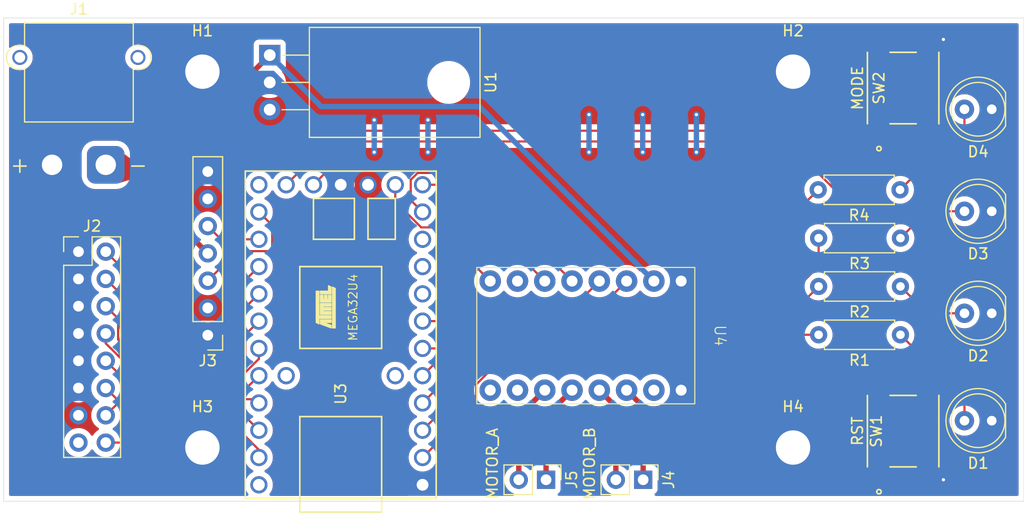
<source format=kicad_pcb>
(kicad_pcb (version 20241229) (generator "pcbnew") (generator_version "9.0")
  (layers (0 "F.Cu" signal) (2 "B.Cu" signal) (13 "F.Paste" user) (15 "B.Paste" user) (5 "F.SilkS" user "F.Silkscreen") (7 "B.SilkS" user "B.Silkscreen") (1 "F.Mask" user) (3 "B.Mask" user) (25 "Edge.Cuts" user))
  (net 0 "")
  (net 1 "Net-(D1-A)")
  (net 2 "GND")
  (net 3 "Net-(D2-A)")
  (net 4 "Net-(D3-A)")
  (net 5 "Net-(D4-A)")
  (net 6 "VBATT")
  (net 7 "/S5")
  (net 8 "/S4")
  (net 9 "/S2")
  (net 10 "/S6")
  (net 11 "/S3")
  (net 12 "/SENSOR_LED")
  (net 13 "/S1")
  (net 14 "/S8")
  (net 15 "5V")
  (net 16 "/S7")
  (net 17 "/SZ_SIG")
  (net 18 "/TRK_SIG")
  (net 19 "Net-(J4-Pin_2)")
  (net 20 "Net-(J4-Pin_1)")
  (net 21 "Net-(J5-Pin_1)")
  (net 22 "Net-(J5-Pin_2)")
  (net 23 "/Q0")
  (net 24 "/Q1")
  (net 25 "/Q2")
  (net 26 "/Q3")
  (net 27 "Net-(SW1-A)")
  (net 28 "Net-(U3-22_A11)")
  (net 31 "/MOT_A2_PWM")
  (net 33 "/MOT_FLT")
  (net 34 "/MOT_B2_PWM")
  (net 36 "/MOT_A1_PWM")
  (net 37 "/MOT_B1_PWM")
  (footprint "footprints:Teensy2.0" (layer "F.Cu") (at 121.88 79 90)
    (property "Reference" "U3" (at -5.5 0 90) (layer "F.SilkS"))
    (property "Value" "Teensy2.0_(Arduino)")
    (fp_line (start 15.24 -8.89) (end 15.24 8.89) (stroke (width 0.15)) (layer "F.SilkS"))
    (fp_line (start -15.24 -8.89) (end 15.24 -8.89) (stroke (width 0.15)) (layer "F.SilkS"))
    (fp_line (start 6.35 -3.81) (end -1.27 -3.81) (stroke (width 0.15)) (layer "F.SilkS"))
    (fp_line (start -1.27 -3.81) (end -1.27 3.81) (stroke (width 0.15)) (layer "F.SilkS"))
    (fp_line (start -7.62 -3.81) (end -7.62 3.81) (stroke (width 0.15)) (layer "F.SilkS"))
    (fp_line (start -16.51 -3.81) (end -7.62 -3.81) (stroke (width 0.15)) (layer "F.SilkS"))
    (fp_line (start 12.7 -2.54) (end 8.89 -2.54) (stroke (width 0.15)) (layer "F.SilkS"))
    (fp_line (start 8.89 -2.54) (end 8.89 0) (stroke (width 0.15)) (layer "F.SilkS"))
    (fp_line (start 8.89 0) (end 8.89 1.27) (stroke (width 0.15)) (layer "F.SilkS"))
    (fp_line (start 12.7 1.27) (end 12.7 -2.54) (stroke (width 0.15)) (layer "F.SilkS"))
    (fp_line (start 8.89 1.27) (end 12.7 1.27) (stroke (width 0.15)) (layer "F.SilkS"))
    (fp_line (start 12.7 2.54) (end 8.89 2.54) (stroke (width 0.15)) (layer "F.SilkS"))
    (fp_line (start 8.89 2.54) (end 8.89 5.08) (stroke (width 0.15)) (layer "F.SilkS"))
    (fp_line (start 6.35 3.81) (end 6.35 -3.81) (stroke (width 0.15)) (layer "F.SilkS"))
    (fp_line (start -1.27 3.81) (end 6.35 3.81) (stroke (width 0.15)) (layer "F.SilkS"))
    (fp_line (start -7.62 3.81) (end -16.51 3.81) (stroke (width 0.15)) (layer "F.SilkS"))
    (fp_line (start -16.51 3.81) (end -16.51 -3.81) (stroke (width 0.15)) (layer "F.SilkS"))
    (fp_line (start 12.7 5.08) (end 12.7 2.54) (stroke (width 0.15)) (layer "F.SilkS"))
    (fp_line (start 8.89 5.08) (end 12.7 5.08) (stroke (width 0.15)) (layer "F.SilkS"))
    (fp_line (start 15.24 8.89) (end -15.24 8.89) (stroke (width 0.15)) (layer "F.SilkS"))
    (fp_line (start -15.24 8.89) (end -15.24 -8.89) (stroke (width 0.15)) (layer "F.SilkS"))
    (fp_poly (pts (xy 0.635 -0.762) (xy 4.445 -0.762) (xy 4.318 -0.508) (xy 0.635 -0.508)) (stroke (width 0.1)) (fill yes) (layer "F.SilkS"))
    (fp_poly (pts (xy 3.81 -1.905) (xy 3.81 -0.889) (xy 4.445 -0.889) (xy 4.572 -1.143) (xy 4.064 -1.143) (xy 4.064 -1.905)) (stroke (width 0.1)) (fill yes) (layer "F.SilkS"))
    (fp_poly (pts (xy 1.397 -0.889) (xy 1.397 -1.905) (xy 1.016 -1.905) (xy 0.635 -0.889) (xy 0.889 -0.889) (xy 1.143 -1.651) (xy 1.143 -0.889)) (stroke (width 0.1)) (fill yes) (layer "F.SilkS"))
    (fp_poly (pts (xy 4.064 -2.032) (xy 1.778 -2.032) (xy 1.778 -0.889) (xy 1.524 -0.889) (xy 1.524 -2.032) (xy 1.016 -2.032) (xy 1.143 -2.286) (xy 4.064 -2.286)) (stroke (width 0.1)) (fill yes) (layer "F.SilkS"))
    (fp_poly (pts (xy 3.048 -1.905) (xy 3.683 -1.905) (xy 3.683 -1.651) (xy 3.302 -1.651) (xy 3.302 -1.524) (xy 3.683 -1.524) (xy 3.683 -1.27) (xy 3.302 -1.27) (xy 3.302 -1.143) (xy 3.683 -1.143) (xy 3.683 -0.889) (xy 3.048 -0.889)) (stroke (width 0.1)) (fill yes) (layer "F.SilkS"))
    (fp_poly (pts (xy 2.921 -0.889) (xy 2.921 -1.905) (xy 1.905 -1.905) (xy 1.905 -0.889) (xy 2.159 -0.889) (xy 2.159 -1.651) (xy 2.286 -1.651) (xy 2.286 -0.889) (xy 2.54 -0.889) (xy 2.54 -1.651) (xy 2.667 -1.651) (xy 2.667 -0.889)) (stroke (width 0.1)) (fill yes) (layer "F.SilkS"))
    (fp_text user "MEGA32U4" (at 2.54 1.143 90) (layer "F.SilkS") (effects (font (size 0.8 0.8) (thickness 0.1))))
    (pad "1" thru_hole rect (at -13.97 7.62 90) (size 1.6 1.6) (drill 1.1) (layers "*.Cu" "*.Mask") (net 2 "GND"))
    (pad "2" thru_hole circle (at -11.43 7.62 90) (size 1.6 1.6) (drill 1.1) (layers "*.Cu" "*.Mask") (net 23 "/Q0"))
    (pad "3" thru_hole circle (at -8.89 7.62 90) (size 1.6 1.6) (drill 1.1) (layers "*.Cu" "*.Mask") (net 24 "/Q1"))
    (pad "4" thru_hole circle (at -6.35 7.62 90) (size 1.6 1.6) (drill 1.1) (layers "*.Cu" "*.Mask") (net 25 "/Q2"))
    (pad "5" thru_hole circle (at -3.81 7.62 90) (size 1.6 1.6) (drill 1.1) (layers "*.Cu" "*.Mask") (net 26 "/Q3"))
    (pad "6" thru_hole circle (at -1.27 7.62 90) (size 1.6 1.6) (drill 1.1) (layers "*.Cu" "*.Mask") (net 37 "/MOT_B1_PWM"))
    (pad "7" thru_hole circle (at 1.27 7.62 90) (size 1.6 1.6) (drill 1.1) (layers "*.Cu" "*.Mask") (net 34 "/MOT_B2_PWM"))
    (pad "8" thru_hole circle (at 3.81 7.62 90) (size 1.6 1.6) (drill 1.1) (layers "*.Cu" "*.Mask"))
    (pad "9" thru_hole circle (at 6.35 7.62 90) (size 1.6 1.6) (drill 1.1) (layers "*.Cu" "*.Mask"))
    (pad "10" thru_hole circle (at 8.89 7.62 90) (size 1.6 1.6) (drill 1.1) (layers "*.Cu" "*.Mask"))
    (pad "11" thru_hole circle (at 11.43 7.62 90) (size 1.6 1.6) (drill 1.1) (layers "*.Cu" "*.Mask") (net 31 "/MOT_A2_PWM"))
    (pad "12" thru_hole circle (at 13.97 7.62 90) (size 1.6 1.6) (drill 1.1) (layers "*.Cu" "*.Mask") (net 36 "/MOT_A1_PWM"))
    (pad "13" thru_hole circle (at 13.97 5.08 90) (size 1.6 1.6) (drill 1.1) (layers "*.Cu" "*.Mask") (net 33 "/MOT_FLT"))
    (pad "14" thru_hole circle (at 13.97 2.54 90) (size 1.6 1.6) (drill 1.1) (layers "*.Cu" "*.Mask") (net 15 "5V"))
    (pad "15" thru_hole circle (at 13.97 0 90) (size 1.6 1.6) (drill 1.1) (layers "*.Cu" "*.Mask") (net 2 "GND"))
    (pad "16" thru_hole circle (at 13.97 -2.54 90) (size 1.6 1.6) (drill 1.1) (layers "*.Cu" "*.Mask") (net 27 "Net-(SW1-A)"))
    (pad "17" thru_hole circle (at 13.97 -5.08 90) (size 1.6 1.6) (drill 1.1) (layers "*.Cu" "*.Mask") (net 28 "Net-(U3-22_A11)"))
    (pad "18" thru_hole circle (at 13.97 -7.62 90) (size 1.6 1.6) (drill 1.1) (layers "*.Cu" "*.Mask"))
    (pad "19" thru_hole circle (at 11.43 -7.62 90) (size 1.6 1.6) (drill 1.1) (layers "*.Cu" "*.Mask") (net 18 "/TRK_SIG"))
    (pad "20" thru_hole circle (at 8.89 -7.62 90) (size 1.6 1.6) (drill 1.1) (layers "*.Cu" "*.Mask") (net 17 "/SZ_SIG"))
    (pad "21" thru_hole circle (at 6.35 -7.62 90) (size 1.6 1.6) (drill 1.1) (layers "*.Cu" "*.Mask") (net 13 "/S1"))
    (pad "22" thru_hole circle (at 3.81 -7.62 90) (size 1.6 1.6) (drill 1.1) (layers "*.Cu" "*.Mask") (net 9 "/S2"))
    (pad "23" thru_hole circle (at 1.27 -7.62 90) (size 1.6 1.6) (drill 1.1) (layers "*.Cu" "*.Mask") (net 11 "/S3"))
    (pad "24" thru_hole circle (at -1.27 -7.62 90) (size 1.6 1.6) (drill 1.1) (layers "*.Cu" "*.Mask") (net 8 "/S4"))
    (pad "25" thru_hole circle (at -3.81 -7.62 90) (size 1.6 1.6) (drill 1.1) (layers "*.Cu" "*.Mask") (net 7 "/S5"))
    (pad "26" thru_hole circle (at -6.35 -7.62 90) (size 1.6 1.6) (drill 1.1) (layers "*.Cu" "*.Mask") (net 10 "/S6"))
    (pad "27" thru_hole circle (at -8.89 -7.62 90) (size 1.6 1.6) (drill 1.1) (layers "*.Cu" "*.Mask") (net 16 "/S7"))
    (pad "28" thru_hole circle (at -11.43 -7.62 90) (size 1.6 1.6) (drill 1.1) (layers "*.Cu" "*.Mask") (net 14 "/S8"))
    (pad "29" thru_hole circle (at -13.97 -7.62 90) (size 1.6 1.6) (drill 1.1) (layers "*.Cu" "*.Mask"))
    (pad "30" thru_hole circle (at -3.81 5.08 90) (size 1.6 1.6) (drill 1.1) (layers "*.Cu" "*.Mask"))
    (pad "31" thru_hole circle (at -3.81 -5.08 90) (size 1.6 1.6) (drill 1.1) (layers "*.Cu" "*.Mask"))
  )
  (footprint "footprints:SO4_222A-M-V-B_CTS" (layer "F.Cu") (at 174.249999 56.025002 90)
    (property "Reference" "SW2" (at 0 -2.249999 90) (layer "F.SilkS"))
    (property "Value" "MODE" (at 0 -4.249999 90) (layer "F.SilkS"))
    (fp_line (start 3.3274 -3.3274) (end -3.3274 -3.3274) (stroke (width 0.1524)) (layer "F.SilkS"))
    (fp_line (start -3.3274 -1.217237) (end -3.3274 1.217237) (stroke (width 0.1524)) (layer "F.SilkS"))
    (fp_line (start 3.3274 1.217237) (end 3.3274 -1.217237) (stroke (width 0.1524)) (layer "F.SilkS"))
    (fp_line (start -3.3274 3.3274) (end 3.3274 3.3274) (stroke (width 0.1524)) (layer "F.SilkS"))
    (fp_circle (center -5.638999 -2.250001) (end -5.435799 -2.250001) (stroke (width 0.1524)) (fill no) (layer "F.SilkS"))
    (pad "1" smd rect (at -3.974998 -2.250001 90) (size 1.549908 1.400048) (layers "F.Cu" "F.Mask" "F.Paste") (net 28 "Net-(U3-22_A11)"))
    (pad "2" smd rect (at -3.974998 2.250001 90) (size 1.549908 1.400048) (layers "F.Cu" "F.Mask" "F.Paste") (net 28 "Net-(U3-22_A11)"))
    (pad "3" smd rect (at 3.974998 -2.250001 90) (size 1.549908 1.400048) (layers "F.Cu" "F.Mask" "F.Paste") (net 2 "GND"))
    (pad "4" smd rect (at 3.974998 2.250001 90) (size 1.549908 1.400048) (layers "F.Cu" "F.Mask" "F.Paste") (net 2 "GND"))
  )
  (footprint "footprints:SO4_222A-M-V-B_CTS" (layer "F.Cu") (at 174.249999 87.974998 90)
    (property "Reference" "SW1" (at 0 -2.5 90) (layer "F.SilkS"))
    (property "Value" "RST" (at 0 -4.249999 90) (layer "F.SilkS"))
    (fp_line (start 3.3274 -3.3274) (end -3.3274 -3.3274) (stroke (width 0.1524)) (layer "F.SilkS"))
    (fp_line (start -3.3274 -1.217237) (end -3.3274 1.217237) (stroke (width 0.1524)) (layer "F.SilkS"))
    (fp_line (start 3.3274 1.217237) (end 3.3274 -1.217237) (stroke (width 0.1524)) (layer "F.SilkS"))
    (fp_line (start -3.3274 3.3274) (end 3.3274 3.3274) (stroke (width 0.1524)) (layer "F.SilkS"))
    (fp_circle (center -5.638999 -2.250001) (end -5.435799 -2.250001) (stroke (width 0.1524)) (fill no) (layer "F.SilkS"))
    (pad "1" smd rect (at -3.974998 -2.250001 90) (size 1.549908 1.400048) (layers "F.Cu" "F.Mask" "F.Paste") (net 2 "GND"))
    (pad "2" smd rect (at -3.974998 2.250001 90) (size 1.549908 1.400048) (layers "F.Cu" "F.Mask" "F.Paste") (net 2 "GND"))
    (pad "3" smd rect (at 3.974998 -2.250001 90) (size 1.549908 1.400048) (layers "F.Cu" "F.Mask" "F.Paste") (net 27 "Net-(SW1-A)"))
    (pad "4" smd rect (at 3.974998 2.250001 90) (size 1.549908 1.400048) (layers "F.Cu" "F.Mask" "F.Paste") (net 27 "Net-(SW1-A)"))
  )
  (footprint "LED_THT:LED_D5.0mm" (layer "F.Cu") (at 182.5 77 180)
    (property "Reference" "D2" (at 1.27 -3.96 0) (layer "F.SilkS"))
    (property "Value" "GREEN")
    (fp_line (start -1.29 -1.545) (end -1.29 1.545) (stroke (width 0.12)) (layer "F.SilkS"))
    (fp_arc (start 4.26 0.000048) (mid 2.071756 2.880501) (end -1.29 1.54483) (stroke (width 0.12)) (layer "F.SilkS"))
    (fp_arc (start -1.29 -1.54483) (mid 2.071756 -2.880501) (end 4.26 -0.000048) (stroke (width 0.12)) (layer "F.SilkS"))
    (fp_circle (center 1.27 0) (end 3.77 0) (stroke (width 0.12)) (fill no) (layer "F.SilkS"))
    (pad "1" thru_hole rect (at 0 0 180) (size 1.8 1.8) (drill 0.9) (layers "*.Cu" "*.Mask") (net 2 "GND"))
    (pad "2" thru_hole circle (at 2.54 0 180) (size 1.8 1.8) (drill 0.9) (layers "*.Cu" "*.Mask") (net 3 "Net-(D2-A)"))
  )
  (footprint "footprints:DRV8833" (layer "F.Cu") (at 144.7 79.08 -90)
    (property "Reference" "U4" (at 0 -12.5 270) (layer "F.SilkS") (effects (font (thickness 0.1))))
    (property "Value" "~" (hide yes))
    (fp_rect (start -6.35 -10.15) (end 6.35 10.15) (stroke (width 0.1)) (fill no) (layer "F.SilkS"))
    (pad "1" thru_hole circle (at -5.08 -8.88 270) (size 2 2) (drill 1.02) (layers "*.Cu" "*.Mask") (net 2 "GND"))
    (pad "2" thru_hole circle (at -5.08 -6.34 270) (size 2 2) (drill 1.02) (layers "*.Cu" "*.Mask") (net 6 "VBATT"))
    (pad "3" thru_hole circle (at -5.08 -3.8 270) (size 2 2) (drill 1.02) (layers "*.Cu" "*.Mask") (net 37 "/MOT_B1_PWM"))
    (pad "4" thru_hole circle (at -5.08 -1.26 270) (size 2 2) (drill 1.02) (layers "*.Cu" "*.Mask") (net 34 "/MOT_B2_PWM"))
    (pad "5" thru_hole circle (at -5.08 1.28 270) (size 2 2) (drill 1.02) (layers "*.Cu" "*.Mask") (net 31 "/MOT_A2_PWM"))
    (pad "6" thru_hole circle (at -5.08 3.82 270) (size 2 2) (drill 1.02) (layers "*.Cu" "*.Mask") (net 36 "/MOT_A1_PWM"))
    (pad "7" thru_hole circle (at -5.08 6.36 270) (size 2 2) (drill 1.02) (layers "*.Cu" "*.Mask"))
    (pad "8" thru_hole circle (at -5.08 8.9 270) (size 2 2) (drill 1.02) (layers "*.Cu" "*.Mask") (net 33 "/MOT_FLT"))
    (pad "9" thru_hole circle (at 5.08 -8.88 270) (size 2 2) (drill 1.02) (layers "*.Cu" "*.Mask") (net 2 "GND"))
    (pad "10" thru_hole circle (at 5.08 -6.34 270) (size 2 2) (drill 1.02) (layers "*.Cu" "*.Mask"))
    (pad "11" thru_hole circle (at 5.08 -3.8 270) (size 2 2) (drill 1.02) (layers "*.Cu" "*.Mask") (net 20 "Net-(J4-Pin_1)"))
    (pad "12" thru_hole circle (at 5.08 -1.26 270) (size 2 2) (drill 1.02) (layers "*.Cu" "*.Mask") (net 19 "Net-(J4-Pin_2)"))
    (pad "13" thru_hole circle (at 5.08 1.28 270) (size 2 2) (drill 1.02) (layers "*.Cu" "*.Mask") (net 21 "Net-(J5-Pin_1)"))
    (pad "14" thru_hole circle (at 5.08 3.82 270) (size 2 2) (drill 1.02) (layers "*.Cu" "*.Mask") (net 22 "Net-(J5-Pin_2)"))
    (pad "15" thru_hole circle (at 5.08 6.36 270) (size 2 2) (drill 1.02) (layers "*.Cu" "*.Mask"))
    (pad "16" thru_hole circle (at 5.08 8.9 270) (size 2 2) (drill 1.02) (layers "*.Cu" "*.Mask"))
  )
  (footprint "MountingHole:MountingHole_3.2mm_M3_DIN965_Pad_TopBottom" (layer "F.Cu") (at 109 89.5)
    (property "Reference" "H3" (at 0 -3.8 0) (layer "F.SilkS"))
    (property "Value" "MountingHole")
    (pad "1" thru_hole circle (at 0 0) (size 3.6 3.6) (drill 3.2) (layers "*.Cu" "*.Mask") (net 2 "GND"))
    (pad "1" connect circle (at 0 0) (size 5.6 5.6) (layers "F.Cu" "F.Mask") (net 2 "GND"))
    (pad "1" connect circle (at 0 0) (size 5.6 5.6) (layers "B.Cu" "B.Mask") (net 2 "GND"))
  )
  (footprint "Connector_PinHeader_2.54mm:PinHeader_1x02_P2.54mm_Vertical" (layer "F.Cu") (at 150.04 92.5 -90)
    (property "Reference" "J4" (at 0 -2.38 90) (layer "F.SilkS"))
    (property "Value" "MOTOR_B" (at -1.5 5 90) (layer "F.SilkS"))
    (fp_line (start -1.38 3.92) (end 1.38 3.92) (stroke (width 0.12)) (layer "F.SilkS"))
    (fp_line (start -1.38 1.27) (end -1.38 3.92) (stroke (width 0.12)) (layer "F.SilkS"))
    (fp_line (start -1.38 1.27) (end 1.38 1.27) (stroke (width 0.12)) (layer "F.SilkS"))
    (fp_line (start 1.38 1.27) (end 1.38 3.92) (stroke (width 0.12)) (layer "F.SilkS"))
    (fp_line (start -1.38 0) (end -1.38 -1.38) (stroke (width 0.12)) (layer "F.SilkS"))
    (fp_line (start -1.38 -1.38) (end 0 -1.38) (stroke (width 0.12)) (layer "F.SilkS"))
    (pad "1" thru_hole rect (at 0 0 270) (size 1.7 1.7) (drill 1) (layers "*.Cu" "*.Mask") (net 20 "Net-(J4-Pin_1)"))
    (pad "2" thru_hole circle (at 0 2.54 270) (size 1.7 1.7) (drill 1) (layers "*.Cu" "*.Mask") (net 19 "Net-(J4-Pin_2)"))
  )
  (footprint "Resistor_THT:R_Axial_DIN0207_L6.3mm_D2.5mm_P7.62mm_Horizontal" (layer "F.Cu") (at 173.96 65.5 180)
    (property "Reference" "R4" (at 3.81 -2.37 0) (layer "F.SilkS"))
    (property "Value" "100")
    (fp_line (start 7.08 1.37) (end 7.08 1.04) (stroke (width 0.12)) (layer "F.SilkS"))
    (fp_line (start 7.08 -1.37) (end 7.08 -1.04) (stroke (width 0.12)) (layer "F.SilkS"))
    (fp_line (start 0.54 1.37) (end 7.08 1.37) (stroke (width 0.12)) (layer "F.SilkS"))
    (fp_line (start 0.54 1.04) (end 0.54 1.37) (stroke (width 0.12)) (layer "F.SilkS"))
    (fp_line (start 0.54 -1.04) (end 0.54 -1.37) (stroke (width 0.12)) (layer "F.SilkS"))
    (fp_line (start 0.54 -1.37) (end 7.08 -1.37) (stroke (width 0.12)) (layer "F.SilkS"))
    (pad "1" thru_hole circle (at 0 0 180) (size 1.6 1.6) (drill 0.8) (layers "*.Cu" "*.Mask") (net 5 "Net-(D4-A)"))
    (pad "2" thru_hole oval (at 7.62 0 180) (size 1.6 1.6) (drill 0.8) (layers "*.Cu" "*.Mask") (net 26 "/Q3"))
  )
  (footprint "MountingHole:MountingHole_3.2mm_M3_DIN965_Pad_TopBottom" (layer "F.Cu") (at 164 54.5)
    (property "Reference" "H2" (at 0 -3.8 0) (layer "F.SilkS"))
    (property "Value" "MountingHole")
    (pad "1" thru_hole circle (at 0 0) (size 3.6 3.6) (drill 3.2) (layers "*.Cu" "*.Mask") (net 2 "GND"))
    (pad "1" connect circle (at 0 0) (size 5.6 5.6) (layers "F.Cu" "F.Mask") (net 2 "GND"))
    (pad "1" connect circle (at 0 0) (size 5.6 5.6) (layers "B.Cu" "B.Mask") (net 2 "GND"))
  )
  (footprint "Connector_PinHeader_2.54mm:PinHeader_1x07_P2.54mm_Vertical" (layer "F.Cu") (at 109.5 79.04 180)
    (property "Reference" "J3" (at 0 -2.38 0) (layer "F.SilkS"))
    (property "Value" "linefollower->payload")
    (fp_line (start 1.38 1.27) (end 1.38 16.62) (stroke (width 0.12)) (layer "F.SilkS"))
    (fp_line (start -1.38 16.62) (end 1.38 16.62) (stroke (width 0.12)) (layer "F.SilkS"))
    (fp_line (start -1.38 1.27) (end 1.38 1.27) (stroke (width 0.12)) (layer "F.SilkS"))
    (fp_line (start -1.38 1.27) (end -1.38 16.62) (stroke (width 0.12)) (layer "F.SilkS"))
    (fp_line (start -1.38 0) (end -1.38 -1.38) (stroke (width 0.12)) (layer "F.SilkS"))
    (fp_line (start -1.38 -1.38) (end 0 -1.38) (stroke (width 0.12)) (layer "F.SilkS"))
    (pad "1" thru_hole rect (at 0 0 180) (size 1.7 1.7) (drill 1) (layers "*.Cu" "*.Mask") (net 2 "GND"))
    (pad "2" thru_hole circle (at 0 2.54 180) (size 1.7 1.7) (drill 1) (layers "*.Cu" "*.Mask") (net 15 "5V"))
    (pad "3" thru_hole circle (at 0 5.08 180) (size 1.7 1.7) (drill 1) (layers "*.Cu" "*.Mask") (net 18 "/TRK_SIG"))
    (pad "4" thru_hole circle (at 0 7.62 180) (size 1.7 1.7) (drill 1) (layers "*.Cu" "*.Mask") (net 6 "VBATT"))
    (pad "5" thru_hole circle (at 0 10.16 180) (size 1.7 1.7) (drill 1) (layers "*.Cu" "*.Mask") (net 17 "/SZ_SIG"))
    (pad "6" thru_hole circle (at 0 12.7 180) (size 1.7 1.7) (drill 1) (layers "*.Cu" "*.Mask") (net 15 "5V"))
    (pad "7" thru_hole circle (at 0 15.24 180) (size 1.7 1.7) (drill 1) (layers "*.Cu" "*.Mask") (net 2 "GND"))
  )
  (footprint "LED_THT:LED_D5.0mm" (layer "F.Cu") (at 182.5 87 180)
    (property "Reference" "D1" (at 1.27 -3.96 0) (layer "F.SilkS"))
    (property "Value" "RED")
    (fp_line (start -1.29 -1.545) (end -1.29 1.545) (stroke (width 0.12)) (layer "F.SilkS"))
    (fp_arc (start 4.26 0.000048) (mid 2.071756 2.880501) (end -1.29 1.54483) (stroke (width 0.12)) (layer "F.SilkS"))
    (fp_arc (start -1.29 -1.54483) (mid 2.071756 -2.880501) (end 4.26 -0.000048) (stroke (width 0.12)) (layer "F.SilkS"))
    (fp_circle (center 1.27 0) (end 3.77 0) (stroke (width 0.12)) (fill no) (layer "F.SilkS"))
    (pad "1" thru_hole rect (at 0 0 180) (size 1.8 1.8) (drill 0.9) (layers "*.Cu" "*.Mask") (net 2 "GND"))
    (pad "2" thru_hole circle (at 2.54 0 180) (size 1.8 1.8) (drill 0.9) (layers "*.Cu" "*.Mask") (net 1 "Net-(D1-A)"))
  )
  (footprint "MountingHole:MountingHole_3.2mm_M3_DIN965_Pad_TopBottom" (layer "F.Cu") (at 164 89.5)
    (property "Reference" "H4" (at 0 -3.8 0) (layer "F.SilkS"))
    (property "Value" "MountingHole")
    (pad "1" thru_hole circle (at 0 0) (size 3.6 3.6) (drill 3.2) (layers "*.Cu" "*.Mask") (net 2 "GND"))
    (pad "1" connect circle (at 0 0) (size 5.6 5.6) (layers "F.Cu" "F.Mask") (net 2 "GND"))
    (pad "1" connect circle (at 0 0) (size 5.6 5.6) (layers "B.Cu" "B.Mask") (net 2 "GND"))
  )
  (footprint "LED_THT:LED_D5.0mm" (layer "F.Cu") (at 182.5 58 180)
    (property "Reference" "D4" (at 1.27 -3.96 0) (layer "F.SilkS"))
    (property "Value" "STATUS")
    (fp_line (start -1.29 -1.545) (end -1.29 1.545) (stroke (width 0.12)) (layer "F.SilkS"))
    (fp_arc (start 4.26 0.000048) (mid 2.071756 2.880501) (end -1.29 1.54483) (stroke (width 0.12)) (layer "F.SilkS"))
    (fp_arc (start -1.29 -1.54483) (mid 2.071756 -2.880501) (end 4.26 -0.000048) (stroke (width 0.12)) (layer "F.SilkS"))
    (fp_circle (center 1.27 0) (end 3.77 0) (stroke (width 0.12)) (fill no) (layer "F.SilkS"))
    (pad "1" thru_hole rect (at 0 0 180) (size 1.8 1.8) (drill 0.9) (layers "*.Cu" "*.Mask") (net 2 "GND"))
    (pad "2" thru_hole circle (at 2.54 0 180) (size 1.8 1.8) (drill 0.9) (layers "*.Cu" "*.Mask") (net 5 "Net-(D4-A)"))
  )
  (footprint "Connector_PinHeader_2.54mm:PinHeader_2x08_P2.54mm_Vertical" (layer "F.Cu") (at 97.46 71.26)
    (property "Reference" "J2" (at 1.27 -2.38 0) (layer "F.SilkS"))
    (property "Value" "Conn_02x08_Odd_Even")
    (fp_line (start -1.38 -1.38) (end 0 -1.38) (stroke (width 0.12)) (layer "F.SilkS"))
    (fp_line (start -1.38 0) (end -1.38 -1.38) (stroke (width 0.12)) (layer "F.SilkS"))
    (fp_line (start -1.38 1.27) (end -1.38 19.16) (stroke (width 0.12)) (layer "F.SilkS"))
    (fp_line (start -1.38 1.27) (end 1.27 1.27) (stroke (width 0.12)) (layer "F.SilkS"))
    (fp_line (start -1.38 19.16) (end 3.92 19.16) (stroke (width 0.12)) (layer "F.SilkS"))
    (fp_line (start 1.27 -1.38) (end 3.92 -1.38) (stroke (width 0.12)) (layer "F.SilkS"))
    (fp_line (start 1.27 1.27) (end 1.27 -1.38) (stroke (width 0.12)) (layer "F.SilkS"))
    (fp_line (start 3.92 -1.38) (end 3.92 19.16) (stroke (width 0.12)) (layer "F.SilkS"))
    (pad "1" thru_hole rect (at 0 0) (size 1.7 1.7) (drill 1) (layers "*.Cu" "*.Mask") (net 2 "GND"))
    (pad "2" thru_hole circle (at 2.54 0) (size 1.7 1.7) (drill 1) (layers "*.Cu" "*.Mask") (net 13 "/S1"))
    (pad "3" thru_hole circle (at 0 2.54) (size 1.7 1.7) (drill 1) (layers "*.Cu" "*.Mask") (net 2 "GND"))
    (pad "4" thru_hole circle (at 2.54 2.54) (size 1.7 1.7) (drill 1) (layers "*.Cu" "*.Mask") (net 9 "/S2"))
    (pad "5" thru_hole circle (at 0 5.08) (size 1.7 1.7) (drill 1) (layers "*.Cu" "*.Mask") (net 2 "GND"))
    (pad "6" thru_hole circle (at 2.54 5.08) (size 1.7 1.7) (drill 1) (layers "*.Cu" "*.Mask") (net 11 "/S3"))
    (pad "7" thru_hole circle (at 0 7.62) (size 1.7 1.7) (drill 1) (layers "*.Cu" "*.Mask") (net 2 "GND"))
    (pad "8" thru_hole circle (at 2.54 7.62) (size 1.7 1.7) (drill 1) (layers "*.Cu" "*.Mask") (net 8 "/S4"))
    (pad "9" thru_hole circle (at 0 10.16) (size 1.7 1.7) (drill 1) (layers "*.Cu" "*.Mask") (net 2 "GND"))
    (pad "10" thru_hole circle (at 2.54 10.16) (size 1.7 1.7) (drill 1) (layers "*.Cu" "*.Mask") (net 7 "/S5"))
    (pad "11" thru_hole circle (at 0 12.7) (size 1.7 1.7) (drill 1) (layers "*.Cu" "*.Mask") (net 2 "GND"))
    (pad "12" thru_hole circle (at 2.54 12.7) (size 1.7 1.7) (drill 1) (layers "*.Cu" "*.Mask") (net 10 "/S6"))
    (pad "13" thru_hole circle (at 0 15.24) (size 1.7 1.7) (drill 1) (layers "*.Cu" "*.Mask") (net 15 "5V"))
    (pad "14" thru_hole circle (at 2.54 15.24) (size 1.7 1.7) (drill 1) (layers "*.Cu" "*.Mask") (net 16 "/S7"))
    (pad "15" thru_hole circle (at 0 17.78) (size 1.7 1.7) (drill 1) (layers "*.Cu" "*.Mask") (net 12 "/SENSOR_LED"))
    (pad "16" thru_hole circle (at 2.54 17.78) (size 1.7 1.7) (drill 1) (layers "*.Cu" "*.Mask") (net 14 "/S8"))
  )
  (footprint "Resistor_THT:R_Axial_DIN0207_L6.3mm_D2.5mm_P7.62mm_Horizontal" (layer "F.Cu") (at 174 74.5 180)
    (property "Reference" "R2" (at 3.81 -2.37 0) (layer "F.SilkS"))
    (property "Value" "100")
    (fp_line (start 7.08 1.37) (end 7.08 1.04) (stroke (width 0.12)) (layer "F.SilkS"))
    (fp_line (start 7.08 -1.37) (end 7.08 -1.04) (stroke (width 0.12)) (layer "F.SilkS"))
    (fp_line (start 0.54 1.37) (end 7.08 1.37) (stroke (width 0.12)) (layer "F.SilkS"))
    (fp_line (start 0.54 1.04) (end 0.54 1.37) (stroke (width 0.12)) (layer "F.SilkS"))
    (fp_line (start 0.54 -1.04) (end 0.54 -1.37) (stroke (width 0.12)) (layer "F.SilkS"))
    (fp_line (start 0.54 -1.37) (end 7.08 -1.37) (stroke (width 0.12)) (layer "F.SilkS"))
    (pad "1" thru_hole circle (at 0 0 180) (size 1.6 1.6) (drill 0.8) (layers "*.Cu" "*.Mask") (net 3 "Net-(D2-A)"))
    (pad "2" thru_hole oval (at 7.62 0 180) (size 1.6 1.6) (drill 0.8) (layers "*.Cu" "*.Mask") (net 24 "/Q1"))
  )
  (footprint "Connector_AMASS:AMASS_XT30PW-M_1x02_P2.50mm_Horizontal" (layer "F.Cu") (at 100 63.175)
    (property "Reference" "J1" (at -2.5 -14.5 0) (layer "F.SilkS"))
    (property "Value" "Xt30")
    (fp_line (start -8.15 -11.11) (end -7.56 -11.11) (stroke (width 0.12)) (layer "F.SilkS"))
    (fp_line (start -8.15 -8.89) (end -7.56 -8.89) (stroke (width 0.12)) (layer "F.SilkS"))
    (fp_line (start -7.56 -13.21) (end -7.56 -11.11) (stroke (width 0.12)) (layer "F.SilkS"))
    (fp_line (start -7.56 -13.21) (end 2.56 -13.21) (stroke (width 0.12)) (layer "F.SilkS"))
    (fp_line (start -7.56 -8.89) (end -7.56 -3.99) (stroke (width 0.12)) (layer "F.SilkS"))
    (fp_line (start -7.56 -3.99) (end 2.56 -3.99) (stroke (width 0.12)) (layer "F.SilkS"))
    (fp_line (start 2.56 -13.21) (end 2.56 -11.11) (stroke (width 0.12)) (layer "F.SilkS"))
    (fp_line (start 2.56 -11.11) (end 3.15 -11.11) (stroke (width 0.12)) (layer "F.SilkS"))
    (fp_line (start 2.56 -8.89) (end 2.56 -3.99) (stroke (width 0.12)) (layer "F.SilkS"))
    (fp_line (start 2.56 -8.89) (end 3.15 -8.89) (stroke (width 0.12)) (layer "F.SilkS"))
    (fp_arc (start -8.15 -8.89) (mid -9.26 -10) (end -8.15 -11.11) (stroke (width 0.12)) (layer "F.SilkS"))
    (fp_arc (start 3.15 -11.11) (mid 4.26 -10) (end 3.15 -8.89) (stroke (width 0.12)) (layer "F.SilkS"))
    (fp_text user "-" (at 3 0 0) (layer "F.SilkS") (effects (font (size 1.5 1.5))))
    (fp_text user "+" (at -8 0 0) (layer "F.SilkS") (effects (font (size 1.5 1.5))))
    (pad "" thru_hole circle (at -8 -10) (size 1.4 1.4) (drill 1) (layers "*.Cu" "*.Mask"))
    (pad "" thru_hole circle (at 3 -10) (size 1.4 1.4) (drill 1) (layers "*.Cu" "*.Mask"))
    (pad "1" thru_hole roundrect (at 0 0) (size 3.5 3.5) (drill 1.9) (layers "*.Cu" "*.Mask") (roundrect_rratio 0.22) (net 6 "VBATT"))
    (pad "2" thru_hole circle (at -5 0) (size 3.5 3.5) (drill 1.9) (layers "*.Cu" "*.Mask") (net 2 "GND"))
  )
  (footprint "Package_TO_SOT_THT:TO-220-3_Horizontal_TabDown" (layer "F.Cu") (at 115.27 52.96 -90)
    (property "Reference" "U1" (at 2.54 -20.58 90) (layer "F.SilkS"))
    (property "Value" "L7805")
    (fp_line (start -2.58 -3.69) (end 7.66 -3.69) (stroke (width 0.12)) (layer "F.SilkS"))
    (fp_line (start 0 -3.69) (end 0 -1.15) (stroke (width 0.12)) (layer "F.SilkS"))
    (fp_line (start 2.54 -3.69) (end 2.54 -1.15) (stroke (width 0.12)) (layer "F.SilkS"))
    (fp_line (start 5.08 -3.69) (end 5.08 -1.15) (stroke (width 0.12)) (layer "F.SilkS"))
    (fp_line (start -2.58 -19.58) (end -2.58 -3.69) (stroke (width 0.12)) (layer "F.SilkS"))
    (fp_line (start -2.58 -19.58) (end 7.66 -19.58) (stroke (width 0.12)) (layer "F.SilkS"))
    (fp_line (start 7.66 -19.58) (end 7.66 -3.69) (stroke (width 0.12)) (layer "F.SilkS"))
    (pad "" np_thru_hole circle (at 2.54 -16.66 270) (size 3.5 3.5) (drill 3.5) (layers "*.Cu" "*.Mask"))
    (pad "1" thru_hole rect (at 0 0 270) (size 1.905 2) (drill 1.1) (layers "*.Cu" "*.Mask") (net 6 "VBATT"))
    (pad "2" thru_hole oval (at 2.54 0 270) (size 1.905 2) (drill 1.1) (layers "*.Cu" "*.Mask") (net 2 "GND"))
    (pad "3" thru_hole oval (at 5.08 0 270) (size 1.905 2) (drill 1.1) (layers "*.Cu" "*.Mask") (net 15 "5V"))
  )
  (footprint "LED_THT:LED_D5.0mm" (layer "F.Cu") (at 182.5 67.5 180)
    (property "Reference" "D3" (at 1.27 -3.96 0) (layer "F.SilkS"))
    (property "Value" "BLUE")
    (fp_line (start -1.29 -1.545) (end -1.29 1.545) (stroke (width 0.12)) (layer "F.SilkS"))
    (fp_arc (start 4.26 0.000048) (mid 2.071756 2.880501) (end -1.29 1.54483) (stroke (width 0.12)) (layer "F.SilkS"))
    (fp_arc (start -1.29 -1.54483) (mid 2.071756 -2.880501) (end 4.26 -0.000048) (stroke (width 0.12)) (layer "F.SilkS"))
    (fp_circle (center 1.27 0) (end 3.77 0) (stroke (width 0.12)) (fill no) (layer "F.SilkS"))
    (pad "1" thru_hole rect (at 0 0 180) (size 1.8 1.8) (drill 0.9) (layers "*.Cu" "*.Mask") (net 2 "GND"))
    (pad "2" thru_hole circle (at 2.54 0 180) (size 1.8 1.8) (drill 0.9) (layers "*.Cu" "*.Mask") (net 4 "Net-(D3-A)"))
  )
  (footprint "MountingHole:MountingHole_3.2mm_M3_DIN965_Pad_TopBottom" (layer "F.Cu") (at 109 54.5)
    (property "Reference" "H1" (at 0 -3.8 0) (layer "F.SilkS"))
    (property "Value" "MountingHole")
    (pad "1" thru_hole circle (at 0 0) (size 3.6 3.6) (drill 3.2) (layers "*.Cu" "*.Mask") (net 2 "GND"))
    (pad "1" connect circle (at 0 0) (size 5.6 5.6) (layers "F.Cu" "F.Mask") (net 2 "GND"))
    (pad "1" connect circle (at 0 0) (size 5.6 5.6) (layers "B.Cu" "B.Mask") (net 2 "GND"))
  )
  (footprint "Resistor_THT:R_Axial_DIN0207_L6.3mm_D2.5mm_P7.62mm_Horizontal" (layer "F.Cu") (at 174 70 180)
    (property "Reference" "R3" (at 3.81 -2.37 0) (layer "F.SilkS"))
    (property "Value" "100")
    (fp_line (start 7.08 1.37) (end 7.08 1.04) (stroke (width 0.12)) (layer "F.SilkS"))
    (fp_line (start 7.08 -1.37) (end 7.08 -1.04) (stroke (width 0.12)) (layer "F.SilkS"))
    (fp_line (start 0.54 1.37) (end 7.08 1.37) (stroke (width 0.12)) (layer "F.SilkS"))
    (fp_line (start 0.54 1.04) (end 0.54 1.37) (stroke (width 0.12)) (layer "F.SilkS"))
    (fp_line (start 0.54 -1.04) (end 0.54 -1.37) (stroke (width 0.12)) (layer "F.SilkS"))
    (fp_line (start 0.54 -1.37) (end 7.08 -1.37) (stroke (width 0.12)) (layer "F.SilkS"))
    (pad "1" thru_hole circle (at 0 0 180) (size 1.6 1.6) (drill 0.8) (layers "*.Cu" "*.Mask") (net 4 "Net-(D3-A)"))
    (pad "2" thru_hole oval (at 7.62 0 180) (size 1.6 1.6) (drill 0.8) (layers "*.Cu" "*.Mask") (net 25 "/Q2"))
  )
  (footprint "Resistor_THT:R_Axial_DIN0207_L6.3mm_D2.5mm_P7.62mm_Horizontal" (layer "F.Cu") (at 174 79 180)
    (property "Reference" "R1" (at 3.81 -2.37 0) (layer "F.SilkS"))
    (property "Value" "100")
    (fp_line (start 7.08 1.37) (end 7.08 1.04) (stroke (width 0.12)) (layer "F.SilkS"))
    (fp_line (start 7.08 -1.37) (end 7.08 -1.04) (stroke (width 0.12)) (layer "F.SilkS"))
    (fp_line (start 0.54 1.37) (end 7.08 1.37) (stroke (width 0.12)) (layer "F.SilkS"))
    (fp_line (start 0.54 1.04) (end 0.54 1.37) (stroke (width 0.12)) (layer "F.SilkS"))
    (fp_line (start 0.54 -1.04) (end 0.54 -1.37) (stroke (width 0.12)) (layer "F.SilkS"))
    (fp_line (start 0.54 -1.37) (end 7.08 -1.37) (stroke (width 0.12)) (layer "F.SilkS"))
    (pad "1" thru_hole circle (at 0 0 180) (size 1.6 1.6) (drill 0.8) (layers "*.Cu" "*.Mask") (net 1 "Net-(D1-A)"))
    (pad "2" thru_hole oval (at 7.62 0 180) (size 1.6 1.6) (drill 0.8) (layers "*.Cu" "*.Mask") (net 23 "/Q0"))
  )
  (footprint "Connector_PinHeader_2.54mm:PinHeader_1x02_P2.54mm_Vertical" (layer "F.Cu") (at 141 92.5 -90)
    (property "Reference" "J5" (at 0 -2.38 90) (layer "F.SilkS"))
    (property "Value" "MOTOR_A" (at -1.5 5 90) (layer "F.SilkS"))
    (fp_line (start -1.38 3.92) (end 1.38 3.92) (stroke (width 0.12)) (layer "F.SilkS"))
    (fp_line (start -1.38 1.27) (end -1.38 3.92) (stroke (width 0.12)) (layer "F.SilkS"))
    (fp_line (start -1.38 1.27) (end 1.38 1.27) (stroke (width 0.12)) (layer "F.SilkS"))
    (fp_line (start 1.38 1.27) (end 1.38 3.92) (stroke (width 0.12)) (layer "F.SilkS"))
    (fp_line (start -1.38 0) (end -1.38 -1.38) (stroke (width 0.12)) (layer "F.SilkS"))
    (fp_line (start -1.38 -1.38) (end 0 -1.38) (stroke (width 0.12)) (layer "F.SilkS"))
    (pad "1" thru_hole rect (at 0 0 270) (size 1.7 1.7) (drill 1) (layers "*.Cu" "*.Mask") (net 21 "Net-(J5-Pin_1)"))
    (pad "2" thru_hole circle (at 0 2.54 270) (size 1.7 1.7) (drill 1) (layers "*.Cu" "*.Mask") (net 22 "Net-(J5-Pin_2)"))
  )
  (gr_rect (start 90.5 49.5) (end 185.5 94.5) (stroke (width 0.05)) (fill no) (layer "Edge.Cuts"))
  (segment (start 179.96 87) (end 179.96 84.96) (width 0.2) (layer "F.Cu") (net 1))
  (segment (start 179.96 84.96) (end 174 79) (width 0.2) (layer "F.Cu") (net 1))
  (segment (start 97.46 78.88) (end 97.46 76.34) (width 0.2) (layer "F.Cu") (net 2))
  (segment (start 97.46 76.34) (end 97.46 73.8) (width 0.2) (layer "F.Cu") (net 2))
  (segment (start 97.46 83.96) (end 97.46 81.42) (width 0.2) (layer "F.Cu") (net 2))
  (segment (start 178 92.5) (end 177.050004 92.5) (width 0.2) (layer "F.Cu") (net 2))
  (segment (start 97.46 81.42) (end 97.46 78.88) (width 0.2) (layer "F.Cu") (net 2))
  (segment (start 176.5 52.050004) (end 171.999998 52.050004) (width 0.2) (layer "F.Cu") (net 2))
  (segment (start 177.050004 51.5) (end 176.5 52.050004) (width 0.2) (layer "F.Cu") (net 2))
  (segment (start 176.5 91.949996) (end 171.999998 91.949996) (width 0.2) (layer "F.Cu") (net 2))
  (segment (start 97.46 73.8) (end 97.46 71.26) (width 0.2) (layer "F.Cu") (net 2))
  (segment (start 177.050004 92.5) (end 176.5 91.949996) (width 0.2) (layer "F.Cu") (net 2))
  (segment (start 178 51.5) (end 177.050004 51.5) (width 0.2) (layer "F.Cu") (net 2))
  (via (at 178 92.5) (size 0.6) (drill 0.3) (layers "F.Cu" "B.Cu") (net 2))
  (via (at 178 51.5) (size 0.6) (drill 0.3) (layers "F.Cu" "B.Cu") (net 2))
  (segment (start 179.96 77) (end 176.5 77) (width 0.2) (layer "F.Cu") (net 3))
  (segment (start 176.5 77) (end 174 74.5) (width 0.2) (layer "F.Cu") (net 3))
  (segment (start 176.5 67.5) (end 174 70) (width 0.2) (layer "F.Cu") (net 4))
  (segment (start 179.96 67.5) (end 176.5 67.5) (width 0.2) (layer "F.Cu") (net 4))
  (segment (start 179.96 58) (end 179.96 59.5) (width 0.2) (layer "F.Cu") (net 5))
  (segment (start 179.96 59.5) (end 173.96 65.5) (width 0.2) (layer "F.Cu") (net 5))
  (segment (start 101.255 63.175) (end 109.5 71.42) (width 0.5) (layer "F.Cu") (net 6))
  (segment (start 100 63.175) (end 105.055 63.175) (width 0.5) (layer "F.Cu") (net 6))
  (segment (start 105.055 63.175) (end 115.27 52.96) (width 0.5) (layer "F.Cu") (net 6))
  (segment (start 100 63.175) (end 101.255 63.175) (width 0.5) (layer "F.Cu") (net 6))
  (segment (start 115.27 52.96) (end 120.061 57.751) (width 0.5) (layer "B.Cu") (net 6))
  (segment (start 120.061 57.751) (end 134.791 57.751) (width 0.5) (layer "B.Cu") (net 6))
  (segment (start 134.791 57.751) (end 151.04 74) (width 0.5) (layer "B.Cu") (net 6))
  (segment (start 103.08 84.5) (end 112.57 84.5) (width 0.2) (layer "F.Cu") (net 7))
  (segment (start 100 81.42) (end 103.08 84.5) (width 0.2) (layer "F.Cu") (net 7))
  (segment (start 112.57 84.5) (end 114.26 82.81) (width 0.2) (layer "F.Cu") (net 7))
  (segment (start 101.151 80.94324) (end 101.151 80.951) (width 0.2) (layer "F.Cu") (net 8))
  (segment (start 114.26 81.24) (end 114.26 80.27) (width 0.2) (layer "F.Cu") (net 8))
  (segment (start 100.469 80.269) (end 100.47676 80.269) (width 0.2) (layer "F.Cu") (net 8))
  (segment (start 104.2 84) (end 111.5 84) (width 0.2) (layer "F.Cu") (net 8))
  (segment (start 100 79.8) (end 100.469 80.269) (width 0.2) (layer "F.Cu") (net 8))
  (segment (start 100 78.88) (end 100 79.8) (width 0.2) (layer "F.Cu") (net 8))
  (segment (start 101.151 80.951) (end 104.2 84) (width 0.2) (layer "F.Cu") (net 8))
  (segment (start 100.47676 80.269) (end 101.151 80.94324) (width 0.2) (layer "F.Cu") (net 8))
  (segment (start 111.5 84) (end 114.26 81.24) (width 0.2) (layer "F.Cu") (net 8))
  (segment (start 100 73.8) (end 102 75.8) (width 0.2) (layer "F.Cu") (net 9))
  (segment (start 112.401 77.049) (end 114.26 75.19) (width 0.2) (layer "F.Cu") (net 9))
  (segment (start 110.4681 83.099) (end 112.401 81.1661) (width 0.2) (layer "F.Cu") (net 9))
  (segment (start 102 79.2651) (end 105.8339 83.099) (width 0.2) (layer "F.Cu") (net 9))
  (segment (start 105.8339 83.099) (end 110.4681 83.099) (width 0.2) (layer "F.Cu") (net 9))
  (segment (start 112.401 81.1661) (end 112.401 77.049) (width 0.2) (layer "F.Cu") (net 9))
  (segment (start 102 75.8) (end 102 79.2651) (width 0.2) (layer "F.Cu") (net 9))
  (segment (start 100 83.96) (end 101.04 85) (width 0.2) (layer "F.Cu") (net 10))
  (segment (start 113.91 85) (end 114.26 85.35) (width 0.2) (layer "F.Cu") (net 10))
  (segment (start 101.04 85) (end 113.91 85) (width 0.2) (layer "F.Cu") (net 10))
  (segment (start 111 83.5) (end 113 81.5) (width 0.2) (layer "F.Cu") (net 11))
  (segment (start 100 76.34) (end 101.151 77.491) (width 0.2) (layer "F.Cu") (net 11))
  (segment (start 105.2 83.5) (end 111 83.5) (width 0.2) (layer "F.Cu") (net 11))
  (segment (start 113 78.99) (end 114.26 77.73) (width 0.2) (layer "F.Cu") (net 11))
  (segment (start 113 81.5) (end 113 78.99) (width 0.2) (layer "F.Cu") (net 11))
  (segment (start 101.151 79.451) (end 105.2 83.5) (width 0.2) (layer "F.Cu") (net 11))
  (segment (start 101.151 77.491) (end 101.151 79.451) (width 0.2) (layer "F.Cu") (net 11))
  (segment (start 110.302 82.698) (end 112 81) (width 0.2) (layer "F.Cu") (net 13))
  (segment (start 112 81) (end 112 74.91) (width 0.2) (layer "F.Cu") (net 13))
  (segment (start 106 82.698) (end 110.302 82.698) (width 0.2) (layer "F.Cu") (net 13))
  (segment (start 103 79.698) (end 106 82.698) (width 0.2) (layer "F.Cu") (net 13))
  (segment (start 100 71.26) (end 103 74.26) (width 0.2) (layer "F.Cu") (net 13))
  (segment (start 103 74.26) (end 103 79.698) (width 0.2) (layer "F.Cu") (net 13))
  (segment (start 112 74.91) (end 114.26 72.65) (width 0.2) (layer "F.Cu") (net 13))
  (segment (start 104.5 86) (end 110.54556 86) (width 0.2) (layer "F.Cu") (net 14))
  (segment (start 101.46 89.04) (end 104.5 86) (width 0.2) (layer "F.Cu") (net 14))
  (segment (start 114.26 89.71444) (end 114.26 90.43) (width 0.2) (layer "F.Cu") (net 14))
  (segment (start 100 89.04) (end 101.46 89.04) (width 0.2) (layer "F.Cu") (net 14))
  (segment (start 110.54556 86) (end 114.26 89.71444) (width 0.2) (layer "F.Cu") (net 14))
  (via (at 125 62) (size 0.6) (drill 0.3) (layers "F.Cu" "B.Cu") (net 15))
  (via (at 155 62) (size 0.6) (drill 0.3) (layers "F.Cu" "B.Cu") (net 15))
  (via (at 130 62) (size 0.6) (drill 0.3) (layers "F.Cu" "B.Cu") (net 15))
  (via (at 150 58.5) (size 0.6) (drill 0.3) (layers "F.Cu" "B.Cu") (net 15))
  (via (at 150 62) (size 0.6) (drill 0.3) (layers "F.Cu" "B.Cu") (net 15))
  (via (at 130 59) (size 0.6) (drill 0.3) (layers "F.Cu" "B.Cu") (net 15))
  (via (at 155 58.5) (size 0.6) (drill 0.3) (layers "F.Cu" "B.Cu") (net 15))
  (via (at 145 58.5) (size 0.6) (drill 0.3) (layers "F.Cu" "B.Cu") (net 15))
  (via (at 125 59) (size 0.6) (drill 0.3) (layers "F.Cu" "B.Cu") (net 15))
  (via (at 145 62) (size 0.6) (drill 0.3) (layers "F.Cu" "B.Cu") (net 15))
  (segment (start 155 58.5) (end 155 62) (width 0.5) (layer "B.Cu") (net 15))
  (segment (start 150 58.5) (end 150 62) (width 0.5) (layer "B.Cu") (net 15))
  (segment (start 145 58.5) (end 145 62) (width 0.5) (layer "B.Cu") (net 15))
  (segment (start 130 59) (end 130 62) (width 0.5) (layer "B.Cu") (net 15))
  (segment (start 125 59) (end 125 62) (width 0.5) (layer "B.Cu") (net 15))
  (segment (start 111.868 85.498) (end 114.26 87.89) (width 0.2) (layer "F.Cu") (net 16))
  (segment (start 101.002 85.498) (end 111.868 85.498) (width 0.2) (layer "F.Cu") (net 16))
  (segment (start 100 86.5) (end 101.002 85.498) (width 0.2) (layer "F.Cu") (net 16))
  (segment (start 114.26 70.11) (end 110.73 70.11) (width 0.2) (layer "F.Cu") (net 17))
  (segment (start 110.73 70.11) (end 109.5 68.88) (width 0.2) (layer "F.Cu") (net 17))
  (segment (start 112.249 71.211) (end 109.5 73.96) (width 0.2) (layer "F.Cu") (net 18))
  (segment (start 114.26 67.57) (end 115.5 68.81) (width 0.2) (layer "F.Cu") (net 18))
  (segment (start 115.5 68.81) (end 115.5 71) (width 0.2) (layer "F.Cu") (net 18))
  (segment (start 115.5 71) (end 115.289 71.211) (width 0.2) (layer "F.Cu") (net 18))
  (segment (start 115.289 71.211) (end 112.249 71.211) (width 0.2) (layer "F.Cu") (net 18))
  (segment (start 147.5 85.7) (end 147.5 92.5) (width 0.5) (layer "F.Cu") (net 19))
  (segment (start 145.96 84.16) (end 147.5 85.7) (width 0.5) (layer "F.Cu") (net 19))
  (segment (start 150.04 85.7) (end 150.04 92.5) (width 0.5) (layer "F.Cu") (net 20))
  (segment (start 148.5 84.16) (end 150.04 85.7) (width 0.5) (layer "F.Cu") (net 20))
  (segment (start 143.42 84.16) (end 141 86.58) (width 0.5) (layer "F.Cu") (net 21))
  (segment (start 141 86.58) (end 141 92.5) (width 0.5) (layer "F.Cu") (net 21))
  (segment (start 138.46 86.58) (end 138.46 92.5) (width 0.5) (layer "F.Cu") (net 22))
  (segment (start 140.88 84.16) (end 138.46 86.58) (width 0.5) (layer "F.Cu") (net 22))
  (segment (start 134.499 85.431) (end 134.499 83.621108) (width 0.2) (layer "F.Cu") (net 23))
  (segment (start 163.5 79) (end 166.38 79) (width 0.2) (layer "F.Cu") (net 23))
  (segment (start 160 82.5) (end 163.5 79) (width 0.2) (layer "F.Cu") (net 23))
  (segment (start 129.5 90.43) (end 134.499 85.431) (width 0.2) (layer "F.Cu") (net 23))
  (segment (start 135.620108 82.5) (end 160 82.5) (width 0.2) (layer "F.Cu") (net 23))
  (segment (start 134.499 83.621108) (end 135.620108 82.5) (width 0.2) (layer "F.Cu") (net 23))
  (segment (start 158.781 82.099) (end 166.38 74.5) (width 0.2) (layer "F.Cu") (net 24))
  (segment (start 135.291 82.099) (end 158.781 82.099) (width 0.2) (layer "F.Cu") (net 24))
  (segment (start 129.5 87.89) (end 135.291 82.099) (width 0.2) (layer "F.Cu") (net 24))
  (segment (start 166.38 72.62) (end 166.38 70) (width 0.2) (layer "F.Cu") (net 25))
  (segment (start 134.8229 82) (end 135.1249 81.698) (width 0.2) (layer "F.Cu") (net 25))
  (segment (start 157.302 81.698) (end 166.38 72.62) (width 0.2) (layer "F.Cu") (net 25))
  (segment (start 135.1249 81.698) (end 157.302 81.698) (width 0.2) (layer "F.Cu") (net 25))
  (segment (start 132.85 82) (end 134.8229 82) (width 0.2) (layer "F.Cu") (net 25))
  (segment (start 129.5 85.35) (end 132.85 82) (width 0.2) (layer "F.Cu") (net 25))
  (segment (start 129.5 82.81) (end 130.81 81.5) (width 0.2) (layer "F.Cu") (net 26))
  (segment (start 165 66.84) (end 166.34 65.5) (width 0.2) (layer "F.Cu") (net 26))
  (segment (start 134.9588 81.297) (end 156.187268 81.297) (width 0.2) (layer "F.Cu") (net 26))
  (segment (start 165 72.484268) (end 165 66.84) (width 0.2) (layer "F.Cu") (net 26))
  (segment (start 130.81 81.5) (end 134.7558 81.5) (width 0.2) (layer "F.Cu") (net 26))
  (segment (start 134.7558 81.5) (end 134.9588 81.297) (width 0.2) (layer "F.Cu") (net 26))
  (segment (start 156.187268 81.297) (end 165 72.484268) (width 0.2) (layer "F.Cu") (net 26))
  (segment (start 163.39705 61) (end 123.37 61) (width 0.2) (layer "F.Cu") (net 27))
  (segment (start 123.37 61) (end 119.34 65.03) (width 0.2) (layer "F.Cu") (net 27))
  (segment (start 171.999998 84) (end 171.999998 69.602948) (width 0.2) (layer "F.Cu") (net 27))
  (segment (start 171.999998 69.602948) (end 163.39705 61) (width 0.2) (layer "F.Cu") (net 27))
  (segment (start 176.5 84) (end 171.999998 84) (width 0.2) (layer "F.Cu") (net 27))
  (segment (start 121.83 60) (end 116.8 65.03) (width 0.2) (layer "F.Cu") (net 28))
  (segment (start 171.999998 60) (end 121.83 60) (width 0.2) (layer "F.Cu") (net 28))
  (segment (start 176.5 60) (end 171.999998 60) (width 0.2) (layer "F.Cu") (net 28))
  (segment (start 129.5 67.57) (end 128.399 66.469) (width 0.2) (layer "F.Cu") (net 31))
  (segment (start 128.399 66.469) (end 128.399 64.57395) (width 0.2) (layer "F.Cu") (net 31))
  (segment (start 129.04395 63.929) (end 133.349 63.929) (width 0.2) (layer "F.Cu") (net 31))
  (segment (start 128.399 64.57395) (end 129.04395 63.929) (width 0.2) (layer "F.Cu") (net 31))
  (segment (start 133.349 63.929) (end 143.42 74) (width 0.2) (layer "F.Cu") (net 31))
  (segment (start 126.96 65.03) (end 126.96 66.58705) (width 0.2) (layer "F.Cu") (net 33))
  (segment (start 130.8 69) (end 135.8 74) (width 0.2) (layer "F.Cu") (net 33))
  (segment (start 129.37295 69) (end 130.8 69) (width 0.2) (layer "F.Cu") (net 33))
  (segment (start 126.96 66.58705) (end 129.37295 69) (width 0.2) (layer "F.Cu") (net 33))
  (segment (start 142.23 77.73) (end 145.96 74) (width 0.2) (layer "F.Cu") (net 34))
  (segment (start 129.5 77.73) (end 142.23 77.73) (width 0.2) (layer "F.Cu") (net 34))
  (segment (start 131.91 65.03) (end 140.88 74) (width 0.2) (layer "F.Cu") (net 36))
  (segment (start 129.5 65.03) (end 131.91 65.03) (width 0.2) (layer "F.Cu") (net 36))
  (segment (start 129.5 80.27) (end 142.23 80.27) (width 0.2) (layer "F.Cu") (net 37))
  (segment (start 142.23 80.27) (end 148.5 74) (width 0.2) (layer "F.Cu") (net 37))
  (zone (net 15) (net_name "5V") (layer "F.Cu") (connect_pads yes (clearance 0.5)) (min_thickness 0.25) (fill yes (thermal_gap 0.5) (thermal_bridge_width 0.5))
    (polygon (pts (xy 90.5 49.5) (xy 185.5 49.5) (xy 185.5 94.5) (xy 90.5 94.5)))
  )
  (zone (net 2) (net_name "GND") (layer "B.Cu") (priority 1) (connect_pads yes (clearance 0.5)) (min_thickness 0.25) (fill yes (thermal_gap 0.5) (thermal_bridge_width 0.5))
    (polygon (pts (xy 90.5 49.5) (xy 185.5 49.5) (xy 185.5 94.5) (xy 90.5 94.5)))
  )
)
</source>
